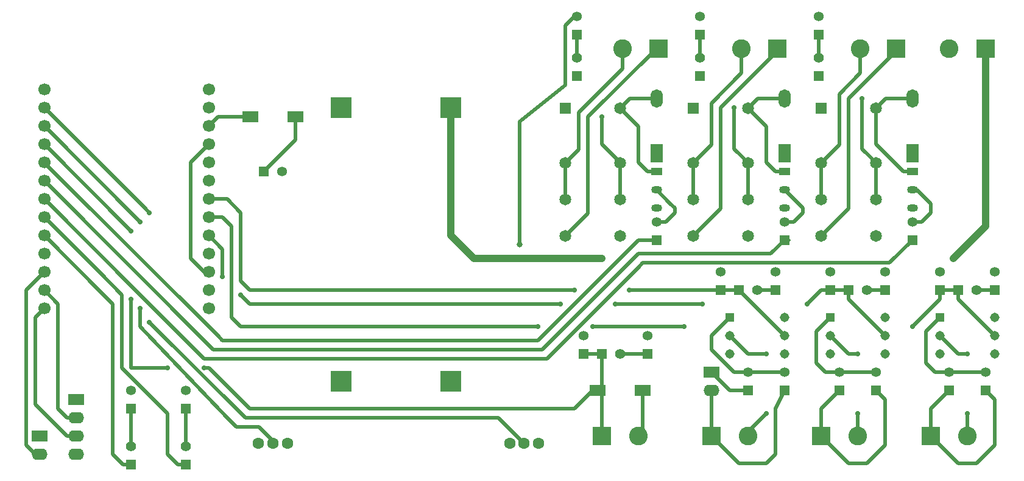
<source format=gbr>
G04 --- HEADER BEGIN --- *
G04 #@! TF.GenerationSoftware,LibrePCB,LibrePCB,1.3.0*
G04 #@! TF.CreationDate,2025-10-14T22:14:51*
G04 #@! TF.ProjectId,GateGuardian - Sommer Twist 350 Swing Gate,8a633c5c-b075-4c35-a81d-aba18a590e16,v1*
G04 #@! TF.Part,Single*
G04 #@! TF.SameCoordinates*
G04 #@! TF.FileFunction,Copper,L1,Top*
G04 #@! TF.FilePolarity,Positive*
%FSLAX66Y66*%
%MOMM*%
G01*
G75*
G04 --- HEADER END --- *
G04 --- APERTURE LIST BEGIN --- *
G04 #@! TA.AperFunction,ComponentPad*
%ADD10C,1.36*%
%ADD11R,1.36X1.36*%
%ADD12C,1.7*%
%ADD13R,2.6X2.6*%
%ADD14C,2.6*%
%ADD15O,1.7X2.55*%
%ADD16R,1.7X2.55*%
%ADD17O,2.19X1.587*%
%ADD18R,2.19X1.587*%
G04 #@! TA.AperFunction,SMDPad,CuDef*
%ADD19R,2.3X1.6*%
G04 #@! TA.AperFunction,ComponentPad*
%ADD20R,1.4X1.4*%
%ADD21C,1.4*%
%ADD22C,1.65*%
%ADD23R,1.65X1.65*%
%ADD24C,1.308*%
%ADD25R,1.308X1.308*%
%ADD26R,3.0X3.0*%
%ADD27O,1.5X1.05*%
%ADD28R,1.5X1.05*%
%ADD29C,1.6*%
G04 #@! TA.AperFunction,Conductor*
%ADD30C,0.5*%
G04 #@! TA.AperFunction,ViaPad*
%ADD31C,0.8*%
%ADD32C,0.7*%
%ADD33C,1.0*%
G04 #@! TA.AperFunction,Conductor*
%ADD34C,1.0*%
G04 #@! TD*
G04 --- APERTURE LIST END --- *
G04 --- BOARD BEGIN --- *
D10*
G04 #@! TO.N,VCC*
G04 #@! TO.C,R14*
G04 #@! TO.P,R14,2,2*
X128270000Y29210000D03*
D11*
G04 #@! TO.N,NET_INPUT2*
G04 #@! TO.P,R14,1,1*
X128270000Y26670000D03*
D10*
G04 #@! TO.N,VCC*
G04 #@! TO.C,R8*
G04 #@! TO.P,R8,2,2*
X94932500Y64770000D03*
D11*
G04 #@! TO.N,N22*
G04 #@! TO.P,R8,1,1*
X94932500Y62230000D03*
D12*
G04 #@! TO.N,N38*
G04 #@! TO.C,U4*
G04 #@! TO.P,U4,24,IO0/PRG_LOW/ETH_CLK*
X3810000Y29210000D03*
G04 #@! TO.N,NET_INPUT2*
G04 #@! TO.P,U4,6,IO33/ADC1_CH5/TCH8*
X26670000Y36830000D03*
G04 #@! TO.N,NET_RESET*
G04 #@! TO.P,U4,4,ESP32_EN*
X26670000Y31750000D03*
G04 #@! TO.N,NET_5V_RAIL*
G04 #@! TO.P,U4,12,5V*
X26670000Y52070000D03*
G04 #@! TO.N,N5*
G04 #@! TO.P,U4,25,IO3/PRG_RX*
X3810000Y26670000D03*
G04 #@! TO.N,NET_SENSOR_1*
G04 #@! TO.P,U4,16,IO4/ADC2_CH0/TCH0*
X3810000Y49530000D03*
G04 #@! TO.N,NET_INPUT1*
G04 #@! TO.P,U4,5,IO32/ADC1_CH4/TCH9*
X26670000Y34290000D03*
G04 #@! TO.N,NET_INPUT4*
G04 #@! TO.P,U4,17,IO35/ADC1_CH7/INPUT_ONLY*
X3810000Y46990000D03*
G04 #@! TO.N,VCC*
G04 #@! TO.P,U4,10,3.3V_1*
X26670000Y46990000D03*
G04 #@! TO.N,N6*
G04 #@! TO.P,U4,26,IO1/PRG_TX*
X3810000Y24130000D03*
G04 #@! TO.N,N/C*
G04 #@! TO.P,U4,13,LINK_LED*
X26670000Y54610000D03*
G04 #@! TO.N,GND*
G04 #@! TO.P,U4,11,GND_1*
X26670000Y49530000D03*
G04 #@! TO.N,N/C*
G04 #@! TO.P,U4,8,IO17/UART2_TX*
X26670000Y41910000D03*
G04 #@! TO.N,VCC*
G04 #@! TO.P,U4,3,3.3V_2*
X26670000Y29210000D03*
G04 #@! TO.N,N10*
G04 #@! TO.P,U4,21,IO36/ADC1_CH0/INPUT_ONLY*
X3810000Y36830000D03*
G04 #@! TO.N,N4*
G04 #@! TO.P,U4,22,IO39/ADC1_CH3/INPUT_ONLY*
X3810000Y34290000D03*
G04 #@! TO.N,GND*
G04 #@! TO.P,U4,23,GND_4*
X3810000Y31750000D03*
G04 #@! TO.N,NET_SENSOR_2*
G04 #@! TO.P,U4,15,IO2/ADC2_CH2/TCH2/PRG_FLOAT_OR_G*
X3810000Y52070000D03*
G04 #@! TO.N,NET_OUTPUT3*
G04 #@! TO.P,U4,18,IO12/ADC2_CH5/TCH5/BOOT_FLOAT_OR*
X3810000Y44450000D03*
G04 #@! TO.N,NET_INPUT3*
G04 #@! TO.P,U4,7,IO5/BOOT_FLOAT*
X26670000Y39370000D03*
G04 #@! TO.N,GND*
G04 #@! TO.P,U4,9,GND_5*
X26670000Y44450000D03*
G04 #@! TO.N,NET_OUTPUT2*
G04 #@! TO.P,U4,19,IO14/ADC2_CH6/TCH6*
X3810000Y41910000D03*
G04 #@! TO.N,N/C*
G04 #@! TO.P,U4,1,CLK_EN*
X26670000Y24130000D03*
G04 #@! TO.N,GND*
G04 #@! TO.P,U4,14,GND_2*
X3810000Y54610000D03*
G04 #@! TO.N,NET_OUTPUT1*
G04 #@! TO.P,U4,20,IO15/ADC2_CH3/TCH3*
X3810000Y39370000D03*
G04 #@! TO.N,GND*
G04 #@! TO.P,U4,2,GND_3*
X26670000Y26670000D03*
D13*
G04 #@! TO.N,N17*
G04 #@! TO.C,J4*
G04 #@! TO.P,J4,1,1*
X105687500Y60325000D03*
D14*
G04 #@! TO.N,N16*
G04 #@! TO.P,J4,2,2*
X100687500Y60325000D03*
D15*
G04 #@! TO.N,N29*
G04 #@! TO.C,D2*
G04 #@! TO.P,D2,2,A*
X106680000Y53340000D03*
D16*
G04 #@! TO.N,NET_5V_RAIL*
G04 #@! TO.P,D2,1,C*
X106680000Y45720000D03*
D10*
G04 #@! TO.N,N33*
G04 #@! TO.C,R12*
G04 #@! TO.P,R12,2,2*
X88900000Y36195000D03*
D11*
G04 #@! TO.N,NET_OUTPUT3*
G04 #@! TO.P,R12,1,1*
X88900000Y33655000D03*
D17*
G04 #@! TO.N,N38*
G04 #@! TO.C,J2*
G04 #@! TO.P,J2,2,2*
X3175000Y3810000D03*
D18*
G04 #@! TO.N,GND*
G04 #@! TO.P,J2,1,1*
X3175000Y6350000D03*
D10*
G04 #@! TO.N,VCC*
G04 #@! TO.C,R15*
G04 #@! TO.P,R15,2,2*
X78740000Y20320000D03*
D11*
G04 #@! TO.N,NET_INPUT4*
G04 #@! TO.P,R15,1,1*
X78740000Y17780000D03*
D19*
G04 #@! TO.N,GND*
G04 #@! TO.C,S2*
G04 #@! TO.P,S2,1,1*
X32410000Y50800000D03*
G04 #@! TO.N,NET_RESET*
G04 #@! TO.P,S2,2,2*
X38710000Y50800000D03*
D20*
G04 #@! TO.N,NET_INPUT4*
G04 #@! TO.C,GATE*
G04 #@! TO.P,GATE,C,C*
X81280000Y17780000D03*
D21*
G04 #@! TO.N,N31*
G04 #@! TO.P,GATE,A,A*
X83820000Y17780000D03*
D10*
G04 #@! TO.N,N45*
G04 #@! TO.C,R17*
G04 #@! TO.P,R17,2,2*
X101600000Y15240000D03*
D11*
G04 #@! TO.N,N37*
G04 #@! TO.P,R17,1,1*
X101600000Y12700000D03*
D13*
G04 #@! TO.N,NET_24V_RAIL*
G04 #@! TO.C,J11*
G04 #@! TO.P,J11,1,1*
X134580000Y60325000D03*
D14*
G04 #@! TO.N,GND*
G04 #@! TO.P,J11,2,2*
X129580000Y60325000D03*
D22*
G04 #@! TO.N,N1*
G04 #@! TO.C,K1*
G04 #@! TO.P,K1,4,COM1*
X111760000Y44340000D03*
G04 #@! TO.N,N20*
G04 #@! TO.P,K1,11,NC2*
X119380000Y39260000D03*
G04 #@! TO.N,N30*
G04 #@! TO.P,K1,16,COIL2*
X119380000Y51960000D03*
G04 #@! TO.N,GND*
G04 #@! TO.P,K1,9,NO2*
X119380000Y34180000D03*
G04 #@! TO.N,N20*
G04 #@! TO.P,K1,13,COM2*
X119380000Y44340000D03*
D23*
G04 #@! TO.N,NET_5V_RAIL*
G04 #@! TO.P,K1,1,COIL1*
X111760000Y51960000D03*
D22*
G04 #@! TO.N,N1*
G04 #@! TO.P,K1,6,NC1*
X111760000Y39260000D03*
G04 #@! TO.N,N15*
G04 #@! TO.P,K1,8,NO1*
X111760000Y34180000D03*
D24*
G04 #@! TO.N,GND*
G04 #@! TO.C,U1*
G04 #@! TO.P,U1,4,E*
X120650000Y17780000D03*
G04 #@! TO.N,N2*
G04 #@! TO.P,U1,2,K*
X113030000Y20320000D03*
D25*
G04 #@! TO.N,N11*
G04 #@! TO.P,U1,1,A*
X113030000Y22860000D03*
D24*
G04 #@! TO.N,NET_INPUT1*
G04 #@! TO.P,U1,5,C*
X120650000Y20320000D03*
G04 #@! TO.N,N/C*
G04 #@! TO.P,U1,3*
X113030000Y17780000D03*
G04 #@! TO.P,U1,6,B*
X120650000Y22860000D03*
G04 #@! TO.N,GND*
G04 #@! TO.C,U2*
G04 #@! TO.P,U2,4,E*
X135890000Y17780000D03*
G04 #@! TO.N,N14*
G04 #@! TO.P,U2,2,K*
X128270000Y20320000D03*
D25*
G04 #@! TO.N,N12*
G04 #@! TO.P,U2,1,A*
X128270000Y22860000D03*
D24*
G04 #@! TO.N,NET_INPUT2*
G04 #@! TO.P,U2,5,C*
X135890000Y20320000D03*
G04 #@! TO.N,N/C*
G04 #@! TO.P,U2,3*
X128270000Y17780000D03*
G04 #@! TO.P,U2,6,B*
X135890000Y22860000D03*
D20*
G04 #@! TO.N,N4*
G04 #@! TO.C,LED1*
G04 #@! TO.P,LED1,C,C*
X15875000Y2381250D03*
D21*
G04 #@! TO.N,N8*
G04 #@! TO.P,LED1,A,A*
X15875000Y4921250D03*
D17*
G04 #@! TO.N,GND*
G04 #@! TO.C,J1*
G04 #@! TO.P,J1,4,4*
X8255000Y3810000D03*
D18*
G04 #@! TO.N,VCC*
G04 #@! TO.P,J1,1,1*
X8255000Y11430000D03*
D17*
G04 #@! TO.N,N6*
G04 #@! TO.P,J1,3,3*
X8255000Y6350000D03*
G04 #@! TO.N,N5*
G04 #@! TO.P,J1,2,2*
X8255000Y8890000D03*
D20*
G04 #@! TO.N,N23*
G04 #@! TO.C,STOP*
G04 #@! TO.P,STOP,C,C*
X94932500Y56515000D03*
D21*
G04 #@! TO.N,N22*
G04 #@! TO.P,STOP,A,A*
X94932500Y59055000D03*
D10*
G04 #@! TO.N,VCC*
G04 #@! TO.C,R19*
G04 #@! TO.P,R19,2,2*
X97790000Y29210000D03*
D11*
G04 #@! TO.N,NET_INPUT3*
G04 #@! TO.P,R19,1,1*
X97790000Y26670000D03*
D15*
G04 #@! TO.N,N30*
G04 #@! TO.C,D1*
G04 #@! TO.P,D1,2,A*
X124460000Y53340000D03*
D16*
G04 #@! TO.N,NET_5V_RAIL*
G04 #@! TO.P,D1,1,C*
X124460000Y45720000D03*
D20*
G04 #@! TO.N,NET_INPUT1*
G04 #@! TO.C,LOCK*
G04 #@! TO.P,LOCK,C,C*
X115570000Y26670000D03*
D21*
G04 #@! TO.N,N9*
G04 #@! TO.P,LOCK,A,A*
X118110000Y26670000D03*
D19*
G04 #@! TO.N,GND*
G04 #@! TO.C,S4*
G04 #@! TO.P,S4,1,1*
X86970000Y12700000D03*
G04 #@! TO.N,NET_INPUT4*
G04 #@! TO.P,S4,2,2*
X80670000Y12700000D03*
D17*
G04 #@! TO.N,N36*
G04 #@! TO.C,J12*
G04 #@! TO.P,J12,2,2*
X96520000Y12700000D03*
D18*
G04 #@! TO.N,N37*
G04 #@! TO.P,J12,1,1*
X96520000Y15240000D03*
D10*
G04 #@! TO.N,VCC*
G04 #@! TO.C,R21*
G04 #@! TO.P,R21,2,2*
X135890000Y29210000D03*
D11*
G04 #@! TO.N,N35*
G04 #@! TO.P,R21,1,1*
X135890000Y26670000D03*
D26*
G04 #@! TO.N,GND*
G04 #@! TO.C,U5*
G04 #@! TO.P,U5,GND1,GND1*
X45085000Y52070000D03*
G04 #@! TO.N,NET_24V_RAIL*
G04 #@! TO.P,U5,IN,IN*
X60325000Y52070000D03*
G04 #@! TO.N,GND*
G04 #@! TO.P,U5,GND2,GND2*
X45085000Y13970000D03*
G04 #@! TO.N,NET_5V_RAIL*
G04 #@! TO.P,U5,OUT,OUT*
X60325000Y13970000D03*
D10*
G04 #@! TO.N,N26*
G04 #@! TO.C,R10*
G04 #@! TO.P,R10,2,2*
X124460000Y36195000D03*
D11*
G04 #@! TO.N,NET_OUTPUT1*
G04 #@! TO.P,R10,1,1*
X124460000Y33655000D03*
D10*
G04 #@! TO.N,N11*
G04 #@! TO.C,R4*
G04 #@! TO.P,R4,2,2*
X119380000Y15240000D03*
D11*
G04 #@! TO.N,N3*
G04 #@! TO.P,R4,1,1*
X119380000Y12700000D03*
D10*
G04 #@! TO.N,N12*
G04 #@! TO.C,R6*
G04 #@! TO.P,R6,2,2*
X134620000Y15240000D03*
D11*
G04 #@! TO.N,N13*
G04 #@! TO.P,R6,1,1*
X134620000Y12700000D03*
D20*
G04 #@! TO.N,N24*
G04 #@! TO.C,CLOSE*
G04 #@! TO.P,CLOSE,C,C*
X77787500Y56515000D03*
D21*
G04 #@! TO.N,N25*
G04 #@! TO.P,CLOSE,A,A*
X77787500Y59055000D03*
D22*
G04 #@! TO.N,N18*
G04 #@! TO.C,K3*
G04 #@! TO.P,K3,4,COM1*
X76200000Y44340000D03*
G04 #@! TO.N,N24*
G04 #@! TO.P,K3,11,NC2*
X83820000Y39260000D03*
G04 #@! TO.N,N27*
G04 #@! TO.P,K3,16,COIL2*
X83820000Y51960000D03*
G04 #@! TO.N,GND*
G04 #@! TO.P,K3,9,NO2*
X83820000Y34180000D03*
G04 #@! TO.N,N24*
G04 #@! TO.P,K3,13,COM2*
X83820000Y44340000D03*
D23*
G04 #@! TO.N,NET_5V_RAIL*
G04 #@! TO.P,K3,1,COIL1*
X76200000Y51960000D03*
D22*
G04 #@! TO.N,N18*
G04 #@! TO.P,K3,6,NC1*
X76200000Y39260000D03*
G04 #@! TO.N,N19*
G04 #@! TO.P,K3,8,NO1*
X76200000Y34180000D03*
D10*
G04 #@! TO.N,N45*
G04 #@! TO.C,R18*
G04 #@! TO.P,R18,2,2*
X106680000Y15240000D03*
D11*
G04 #@! TO.N,N36*
G04 #@! TO.P,R18,1,1*
X106680000Y12700000D03*
D10*
G04 #@! TO.N,VCC*
G04 #@! TO.C,R9*
G04 #@! TO.P,R9,2,2*
X77787500Y64770000D03*
D11*
G04 #@! TO.N,N25*
G04 #@! TO.P,R9,1,1*
X77787500Y62230000D03*
D10*
G04 #@! TO.N,VCC*
G04 #@! TO.C,R22*
G04 #@! TO.P,R22,2,2*
X105410000Y29210000D03*
D11*
G04 #@! TO.N,N39*
G04 #@! TO.P,R22,1,1*
X105410000Y26670000D03*
D27*
G04 #@! TO.N,N33*
G04 #@! TO.C,Q3*
G04 #@! TO.P,Q3,2,B*
X88900000Y40640000D03*
G04 #@! TO.N,GND*
G04 #@! TO.P,Q3,3,E*
X88900000Y38100000D03*
D28*
G04 #@! TO.N,N27*
G04 #@! TO.P,Q3,1,C*
X88900000Y43180000D03*
D29*
G04 #@! TO.N,VCC*
G04 #@! TO.C,J15*
G04 #@! TO.P,J15,3,3*
X68485000Y5312500D03*
G04 #@! TO.N,GND*
G04 #@! TO.P,J15,1,1*
X72485000Y5312500D03*
G04 #@! TO.N,NET_SENSOR_2*
G04 #@! TO.P,J15,2,2*
X70485000Y5312500D03*
D27*
G04 #@! TO.N,N26*
G04 #@! TO.C,Q1*
G04 #@! TO.P,Q1,2,B*
X124460000Y40640000D03*
G04 #@! TO.N,GND*
G04 #@! TO.P,Q1,3,E*
X124460000Y38100000D03*
D28*
G04 #@! TO.N,N30*
G04 #@! TO.P,Q1,1,C*
X124460000Y43180000D03*
D13*
G04 #@! TO.N,N19*
G04 #@! TO.C,J5*
G04 #@! TO.P,J5,1,1*
X89177500Y60325000D03*
D14*
G04 #@! TO.N,N18*
G04 #@! TO.P,J5,2,2*
X84177500Y60325000D03*
D27*
G04 #@! TO.N,N34*
G04 #@! TO.C,Q2*
G04 #@! TO.P,Q2,2,B*
X106680000Y40640000D03*
G04 #@! TO.N,GND*
G04 #@! TO.P,Q2,3,E*
X106680000Y38100000D03*
D28*
G04 #@! TO.N,N29*
G04 #@! TO.P,Q2,1,C*
X106680000Y43180000D03*
D10*
G04 #@! TO.N,VCC*
G04 #@! TO.C,R25*
G04 #@! TO.P,R25,2,2*
X36830000Y43180000D03*
D11*
G04 #@! TO.N,NET_RESET*
G04 #@! TO.P,R25,1,1*
X34290000Y43180000D03*
D10*
G04 #@! TO.N,VCC*
G04 #@! TO.C,R23*
G04 #@! TO.P,R23,2,2*
X87630000Y20320000D03*
D11*
G04 #@! TO.N,N31*
G04 #@! TO.P,R23,1,1*
X87630000Y17780000D03*
D20*
G04 #@! TO.N,NET_INPUT3*
G04 #@! TO.C,EYE*
G04 #@! TO.P,EYE,C,C*
X100330000Y26670000D03*
D21*
G04 #@! TO.N,N39*
G04 #@! TO.P,EYE,A,A*
X102870000Y26670000D03*
D13*
G04 #@! TO.N,N36*
G04 #@! TO.C,J8*
G04 #@! TO.P,J8,1,1*
X96560000Y6350000D03*
D14*
G04 #@! TO.N,N41*
G04 #@! TO.P,J8,2,2*
X101560000Y6350000D03*
D15*
G04 #@! TO.N,N27*
G04 #@! TO.C,D3*
G04 #@! TO.P,D3,2,A*
X88900000Y53340000D03*
D16*
G04 #@! TO.N,NET_5V_RAIL*
G04 #@! TO.P,D3,1,C*
X88900000Y45720000D03*
D10*
G04 #@! TO.N,VCC*
G04 #@! TO.C,R2*
G04 #@! TO.P,R2,2,2*
X23495000Y12700000D03*
D11*
G04 #@! TO.N,N7*
G04 #@! TO.P,R2,1,1*
X23495000Y10160000D03*
D10*
G04 #@! TO.N,N12*
G04 #@! TO.C,R5*
G04 #@! TO.P,R5,2,2*
X129540000Y15240000D03*
D11*
G04 #@! TO.N,N13*
G04 #@! TO.P,R5,1,1*
X129540000Y12700000D03*
D29*
G04 #@! TO.N,VCC*
G04 #@! TO.C,J10*
G04 #@! TO.P,J10,3,3*
X33560000Y5312500D03*
G04 #@! TO.N,GND*
G04 #@! TO.P,J10,1,1*
X37560000Y5312500D03*
G04 #@! TO.N,NET_SENSOR_1*
G04 #@! TO.P,J10,2,2*
X35560000Y5312500D03*
D22*
G04 #@! TO.N,N16*
G04 #@! TO.C,K2*
G04 #@! TO.P,K2,4,COM1*
X93980000Y44340000D03*
G04 #@! TO.N,N23*
G04 #@! TO.P,K2,11,NC2*
X101600000Y39260000D03*
G04 #@! TO.N,N29*
G04 #@! TO.P,K2,16,COIL2*
X101600000Y51960000D03*
G04 #@! TO.N,GND*
G04 #@! TO.P,K2,9,NO2*
X101600000Y34180000D03*
G04 #@! TO.N,N23*
G04 #@! TO.P,K2,13,COM2*
X101600000Y44340000D03*
D23*
G04 #@! TO.N,NET_5V_RAIL*
G04 #@! TO.P,K2,1,COIL1*
X93980000Y51960000D03*
D22*
G04 #@! TO.N,N16*
G04 #@! TO.P,K2,6,NC1*
X93980000Y39260000D03*
G04 #@! TO.N,N17*
G04 #@! TO.P,K2,8,NO1*
X93980000Y34180000D03*
D10*
G04 #@! TO.N,VCC*
G04 #@! TO.C,R7*
G04 #@! TO.P,R7,2,2*
X111442500Y64770000D03*
D11*
G04 #@! TO.N,N21*
G04 #@! TO.P,R7,1,1*
X111442500Y62230000D03*
D20*
G04 #@! TO.N,N10*
G04 #@! TO.C,LED2*
G04 #@! TO.P,LED2,C,C*
X23495000Y2381250D03*
D21*
G04 #@! TO.N,N7*
G04 #@! TO.P,LED2,A,A*
X23495000Y4921250D03*
D10*
G04 #@! TO.N,VCC*
G04 #@! TO.C,R13*
G04 #@! TO.P,R13,2,2*
X113030000Y29210000D03*
D11*
G04 #@! TO.N,NET_INPUT1*
G04 #@! TO.P,R13,1,1*
X113030000Y26670000D03*
D10*
G04 #@! TO.N,VCC*
G04 #@! TO.C,R20*
G04 #@! TO.P,R20,2,2*
X120650000Y29210000D03*
D11*
G04 #@! TO.N,N9*
G04 #@! TO.P,R20,1,1*
X120650000Y26670000D03*
D13*
G04 #@! TO.N,N13*
G04 #@! TO.C,J7*
G04 #@! TO.P,J7,1,1*
X127040000Y6350000D03*
D14*
G04 #@! TO.N,N14*
G04 #@! TO.P,J7,2,2*
X132040000Y6350000D03*
D13*
G04 #@! TO.N,N3*
G04 #@! TO.C,J6*
G04 #@! TO.P,J6,1,1*
X111800000Y6350000D03*
D14*
G04 #@! TO.N,N2*
G04 #@! TO.P,J6,2,2*
X116800000Y6350000D03*
D13*
G04 #@! TO.N,N15*
G04 #@! TO.C,J3*
G04 #@! TO.P,J3,1,1*
X122197500Y60325000D03*
D14*
G04 #@! TO.N,N1*
G04 #@! TO.P,J3,2,2*
X117197500Y60325000D03*
D24*
G04 #@! TO.N,GND*
G04 #@! TO.C,U3*
G04 #@! TO.P,U3,4,E*
X106680000Y17780000D03*
G04 #@! TO.N,N41*
G04 #@! TO.P,U3,2,K*
X99060000Y20320000D03*
D25*
G04 #@! TO.N,N45*
G04 #@! TO.P,U3,1,A*
X99060000Y22860000D03*
D24*
G04 #@! TO.N,NET_INPUT3*
G04 #@! TO.P,U3,5,C*
X106680000Y20320000D03*
G04 #@! TO.N,N/C*
G04 #@! TO.P,U3,3*
X99060000Y17780000D03*
G04 #@! TO.P,U3,6,B*
X106680000Y22860000D03*
D20*
G04 #@! TO.N,N20*
G04 #@! TO.C,OPEN*
G04 #@! TO.P,OPEN,C,C*
X111442500Y56515000D03*
D21*
G04 #@! TO.N,N21*
G04 #@! TO.P,OPEN,A,A*
X111442500Y59055000D03*
D10*
G04 #@! TO.N,N11*
G04 #@! TO.C,R3*
G04 #@! TO.P,R3,2,2*
X114300000Y15240000D03*
D11*
G04 #@! TO.N,N3*
G04 #@! TO.P,R3,1,1*
X114300000Y12700000D03*
D20*
G04 #@! TO.N,NET_INPUT2*
G04 #@! TO.C,LIGHT*
G04 #@! TO.P,LIGHT,C,C*
X130810000Y26670000D03*
D21*
G04 #@! TO.N,N35*
G04 #@! TO.P,LIGHT,A,A*
X133350000Y26670000D03*
D10*
G04 #@! TO.N,VCC*
G04 #@! TO.C,R1*
G04 #@! TO.P,R1,2,2*
X15875000Y12700000D03*
D11*
G04 #@! TO.N,N8*
G04 #@! TO.P,R1,1,1*
X15875000Y10160000D03*
D13*
G04 #@! TO.N,NET_INPUT4*
G04 #@! TO.C,J9*
G04 #@! TO.P,J9,1,1*
X81320000Y6350000D03*
D14*
G04 #@! TO.N,GND*
G04 #@! TO.P,J9,2,2*
X86320000Y6350000D03*
D10*
G04 #@! TO.N,N34*
G04 #@! TO.C,R11*
G04 #@! TO.P,R11,2,2*
X106680000Y36195000D03*
D11*
G04 #@! TO.N,NET_OUTPUT2*
G04 #@! TO.P,R11,1,1*
X106680000Y33655000D03*
D30*
G04 #@! TD.C*
G04 #@! TD.P*
G04 #@! TO.N,N3*
X118110000Y2540000D02*
X115570000Y2540000D01*
X120650000Y5080000D02*
X118110000Y2540000D01*
X119380000Y12700000D02*
X120650000Y11430000D01*
X111800000Y10200000D02*
X114300000Y12700000D01*
X111800000Y6350000D02*
X111800000Y10200000D01*
X120650000Y11430000D02*
X120650000Y5080000D01*
X115570000Y2540000D02*
X111800000Y6350000D01*
G04 #@! TO.N,N18*
X84177500Y60325000D02*
X84177500Y57507500D01*
X78105000Y46245000D02*
X76200000Y44340000D01*
X78105000Y51435000D02*
X78105000Y46245000D01*
X84177500Y57507500D02*
X78105000Y51435000D01*
X76200000Y39260000D02*
X76200000Y44340000D01*
G04 #@! TO.N,N29*
X106680000Y53340000D02*
X102980000Y53340000D01*
X106680000Y43180000D02*
X105410000Y43180000D01*
X105410000Y43180000D02*
X104140000Y44450000D01*
X102980000Y53340000D02*
X101600000Y51960000D01*
X104140000Y49420000D02*
X101600000Y51960000D01*
X104140000Y44450000D02*
X104140000Y49420000D01*
G04 #@! TO.N,N5*
X5715000Y10160000D02*
X5715000Y24765000D01*
X5715000Y24765000D02*
X3810000Y26670000D01*
X8255000Y8890000D02*
X6985000Y8890000D01*
X6985000Y8890000D02*
X5715000Y10160000D01*
G04 #@! TO.N,N38*
X3175000Y3810000D02*
X2540000Y3810000D01*
X2540000Y3810000D02*
X1270000Y5080000D01*
X1270000Y5080000D02*
X1270000Y26670000D01*
X1270000Y26670000D02*
X3810000Y29210000D01*
G04 #@! TO.N,N15*
X115570000Y37990000D02*
X111760000Y34180000D01*
X122197500Y59967500D02*
X115570000Y53340000D01*
X115570000Y53340000D02*
X115570000Y37990000D01*
X122197500Y60325000D02*
X122197500Y59967500D01*
D31*
G04 #@! TO.N,VCC*
X69850000Y33020000D03*
D30*
X76200000Y63500000D02*
X76200000Y55245000D01*
X76200000Y55245000D02*
X69850000Y50165000D01*
X26670000Y29210000D02*
X26035000Y29210000D01*
X77470000Y64770000D02*
X76200000Y63500000D01*
X77787500Y64770000D02*
X77470000Y64770000D01*
X24130000Y44450000D02*
X26670000Y46990000D01*
X69850000Y33020000D02*
X69850000Y50165000D01*
X24130000Y31115000D02*
X24130000Y44450000D01*
X26035000Y29210000D02*
X24130000Y31115000D01*
G04 #@! TO.N,NET_OUTPUT2*
X106680000Y33655000D02*
X107315000Y33655000D01*
X73025000Y18415000D02*
X73660000Y19050000D01*
X86995000Y31750000D02*
X86360000Y31750000D01*
X27305000Y18415000D02*
X3810000Y41910000D01*
X73660000Y19050000D02*
X86360000Y31750000D01*
X86995000Y31750000D02*
X104775000Y31750000D01*
X104775000Y31750000D02*
X106680000Y33655000D01*
X73025000Y18415000D02*
X27305000Y18415000D01*
G04 #@! TO.N,N6*
X2540000Y22860000D02*
X2540000Y10795000D01*
X6985000Y6350000D02*
X2540000Y10795000D01*
X3810000Y24130000D02*
X2540000Y22860000D01*
X8255000Y6350000D02*
X6985000Y6350000D01*
G04 #@! TO.N,N19*
X79375000Y37355000D02*
X76200000Y34180000D01*
X79375000Y50800000D02*
X79375000Y37355000D01*
X89177500Y60325000D02*
X88900000Y60325000D01*
X88900000Y60325000D02*
X79375000Y50800000D01*
D32*
G04 #@! TO.N,NET_INPUT4*
X20955000Y15875000D03*
X26035000Y15875000D03*
X15875000Y25400000D03*
X15875000Y34925000D03*
D30*
X26670000Y15875000D02*
X26035000Y15875000D01*
X20955000Y15875000D02*
X15875000Y15875000D01*
X32385000Y10160000D02*
X26670000Y15875000D01*
X81320000Y6350000D02*
X81320000Y12050000D01*
X81280000Y13310000D02*
X80670000Y12700000D01*
X15875000Y34925000D02*
X3810000Y46990000D01*
X81280000Y17780000D02*
X81280000Y13310000D01*
X78740000Y17780000D02*
X81280000Y17780000D01*
X80010000Y12700000D02*
X80670000Y12700000D01*
X57785000Y10160000D02*
X32385000Y10160000D01*
X81320000Y12050000D02*
X80670000Y12700000D01*
X15875000Y15875000D02*
X15875000Y25400000D01*
X77470000Y10160000D02*
X57785000Y10160000D01*
X77470000Y10160000D02*
X80010000Y12700000D01*
G04 #@! TO.N,N8*
X15875000Y10160000D02*
X15875000Y4921250D01*
G04 #@! TO.N,N39*
X105410000Y26670000D02*
X102870000Y26670000D01*
G04 #@! TO.N,NET_OUTPUT3*
X72390000Y19685000D02*
X28575000Y19685000D01*
X28575000Y19685000D02*
X27940000Y20320000D01*
X4445000Y43815000D02*
X27940000Y20320000D01*
X3810000Y44450000D02*
X4445000Y43815000D01*
X88900000Y33655000D02*
X86360000Y33655000D01*
X86360000Y33655000D02*
X72390000Y19685000D01*
G04 #@! TO.N,NET_RESET*
X38710000Y50800000D02*
X38710000Y47600000D01*
X38710000Y47600000D02*
X34290000Y43180000D01*
G04 #@! TO.N,N36*
X104140000Y2540000D02*
X100330000Y2540000D01*
X100330000Y2540000D02*
X96560000Y6350000D01*
X106680000Y12700000D02*
X105410000Y10160000D01*
X105410000Y3810000D02*
X104140000Y2540000D01*
X105410000Y10160000D02*
X105410000Y3810000D01*
X96520000Y12700000D02*
X96560000Y6350000D01*
D32*
G04 #@! TO.N,NET_SENSOR_1*
X17145000Y36195000D03*
X17145000Y24130000D03*
D30*
X17145000Y36195000D02*
X3810000Y49530000D01*
X35560000Y5715000D02*
X33655000Y7620000D01*
X33655000Y7620000D02*
X30480000Y7620000D01*
X35560000Y5312500D02*
X35560000Y5715000D01*
X29210000Y8890000D02*
X17145000Y21590000D01*
X17145000Y21590000D02*
X17145000Y24130000D01*
X30480000Y7620000D02*
X29210000Y8890000D01*
D32*
G04 #@! TO.N,N20*
X117475000Y53340000D03*
D30*
X117475000Y53340000D02*
X117475000Y46355000D01*
X119380000Y44450000D02*
X117475000Y46355000D01*
X119380000Y44340000D02*
X119380000Y39260000D01*
X119380000Y44340000D02*
X119380000Y44450000D01*
G04 #@! TO.N,N26*
X124460000Y36195000D02*
X125730000Y36195000D01*
X125095000Y40640000D02*
X127000000Y38735000D01*
X124460000Y40640000D02*
X125095000Y40640000D01*
X125730000Y36195000D02*
X127000000Y37465000D01*
X127000000Y38735000D02*
X127000000Y37465000D01*
G04 #@! TO.N,N27*
X88900000Y53340000D02*
X85200000Y53340000D01*
X86360000Y44450000D02*
X86360000Y49420000D01*
X85200000Y53340000D02*
X83820000Y51960000D01*
X86360000Y49420000D02*
X83820000Y51960000D01*
X88900000Y43180000D02*
X87630000Y43180000D01*
X87630000Y43180000D02*
X86360000Y44450000D01*
G04 #@! TO.N,N11*
X111125000Y16510000D02*
X111125000Y20955000D01*
X119380000Y15240000D02*
X114300000Y15240000D01*
X114300000Y15240000D02*
X112395000Y15240000D01*
X112395000Y15240000D02*
X111125000Y16510000D01*
X111125000Y20955000D02*
X113030000Y22860000D01*
D32*
G04 #@! TO.N,N2*
X116800000Y17740000D03*
X116800000Y9485000D03*
D30*
X115610000Y17740000D02*
X113030000Y20320000D01*
X116800000Y9485000D02*
X116800000Y6350000D01*
X116800000Y17740000D02*
X115610000Y17740000D01*
G04 #@! TO.N,NET_OUTPUT1*
X121285000Y30480000D02*
X86995000Y30480000D01*
X73660000Y17145000D02*
X86360000Y29845000D01*
X17145000Y26035000D02*
X3810000Y39370000D01*
X26035000Y17145000D02*
X17145000Y26035000D01*
X86995000Y30480000D02*
X86360000Y29845000D01*
X124460000Y33655000D02*
X121285000Y30480000D01*
X73025000Y17145000D02*
X26035000Y17145000D01*
X73025000Y17145000D02*
X73660000Y17145000D01*
G04 #@! TO.N,N17*
X105687500Y60325000D02*
X105687500Y59967500D01*
X97790000Y52070000D02*
X97790000Y37990000D01*
X97790000Y37990000D02*
X93980000Y34180000D01*
X105687500Y59967500D02*
X97790000Y52070000D01*
G04 #@! TO.N,N45*
X101600000Y15240000D02*
X99695000Y15240000D01*
X96520000Y20320000D02*
X99060000Y22860000D01*
X99695000Y15240000D02*
X96520000Y18415000D01*
X96520000Y18415000D02*
X96520000Y20320000D01*
X106680000Y15240000D02*
X101600000Y15240000D01*
G04 #@! TO.N,N37*
X99060000Y12700000D02*
X96520000Y15240000D01*
X101600000Y12700000D02*
X99060000Y12700000D01*
G04 #@! TO.N,N1*
X111760000Y39260000D02*
X111760000Y44340000D01*
X117197500Y56872500D02*
X114300000Y53975000D01*
X117197500Y60325000D02*
X117197500Y56872500D01*
X114300000Y53975000D02*
X114300000Y46880000D01*
X114300000Y46880000D02*
X111760000Y44340000D01*
G04 #@! TO.N,N25*
X77787500Y59055000D02*
X77787500Y62230000D01*
G04 #@! TO.N,N16*
X96520000Y52705000D02*
X96520000Y46880000D01*
X93980000Y39260000D02*
X93980000Y44340000D01*
X100687500Y56872500D02*
X96520000Y52705000D01*
X100687500Y60325000D02*
X100687500Y56872500D01*
X96520000Y46880000D02*
X93980000Y44340000D01*
G04 #@! TO.N,N9*
X120650000Y26670000D02*
X118110000Y26670000D01*
G04 #@! TO.N,N7*
X23495000Y10160000D02*
X23495000Y4921250D01*
D32*
G04 #@! TO.N,NET_INPUT2*
X124460000Y21590000D03*
X92710000Y21590000D03*
X80010000Y21590000D03*
X72390000Y21590000D03*
D30*
X29845000Y22860000D02*
X29845000Y35560000D01*
X130810000Y26670000D02*
X128270000Y26670000D01*
X130810000Y25400000D02*
X135890000Y20320000D01*
X124460000Y21590000D02*
X128270000Y25400000D01*
X26670000Y36830000D02*
X28575000Y36830000D01*
X31115000Y21590000D02*
X29845000Y22860000D01*
X29845000Y35560000D02*
X28575000Y36830000D01*
X72390000Y21590000D02*
X31115000Y21590000D01*
X80010000Y21590000D02*
X92710000Y21590000D01*
X130810000Y26670000D02*
X130810000Y25400000D01*
X128270000Y26670000D02*
X128270000Y25400000D01*
D32*
G04 #@! TO.N,NET_INPUT3*
X77470000Y26670000D03*
X85090000Y26670000D03*
D30*
X32385000Y26670000D02*
X31115000Y27940000D01*
X100330000Y26670000D02*
X97790000Y26670000D01*
X26670000Y39370000D02*
X29210000Y39370000D01*
X77470000Y26670000D02*
X32385000Y26670000D01*
X31115000Y27940000D02*
X31115000Y37465000D01*
X31115000Y37465000D02*
X29210000Y39370000D01*
X85090000Y26670000D02*
X97790000Y26670000D01*
X106680000Y20320000D02*
X100330000Y26670000D01*
G04 #@! TO.N,N34*
X106680000Y36195000D02*
X107950000Y36195000D01*
X109220000Y38100000D02*
X106680000Y40640000D01*
X107950000Y36195000D02*
X109220000Y37465000D01*
X109220000Y37465000D02*
X109220000Y38100000D01*
D32*
G04 #@! TO.N,N41*
X104140000Y17780000D03*
X104140000Y9525000D03*
D30*
X101600000Y17780000D02*
X99060000Y20320000D01*
X104140000Y17780000D02*
X101600000Y17780000D01*
X104140000Y9525000D02*
X101560000Y6945000D01*
X101560000Y6350000D02*
X101560000Y6945000D01*
G04 #@! TO.N,N30*
X123190000Y43180000D02*
X119380000Y46990000D01*
X120760000Y53340000D02*
X119380000Y51960000D01*
X124460000Y53340000D02*
X120760000Y53340000D01*
X124460000Y43180000D02*
X123190000Y43180000D01*
X119380000Y51960000D02*
X119380000Y46990000D01*
G04 #@! TO.N,N33*
X88900000Y36195000D02*
X90170000Y36195000D01*
X91440000Y38100000D02*
X90805000Y38735000D01*
X90170000Y36195000D02*
X91440000Y37465000D01*
X91440000Y38100000D02*
X91440000Y37465000D01*
X90805000Y38735000D02*
X88900000Y40640000D01*
G04 #@! TO.N,N22*
X94932500Y59055000D02*
X94932500Y62230000D01*
D32*
G04 #@! TO.N,NET_INPUT1*
X28575000Y28575000D03*
X95250000Y24765000D03*
X83185000Y24765000D03*
X109855000Y24765000D03*
X75565000Y24765000D03*
X31115000Y26035000D03*
D30*
X113030000Y26670000D02*
X111760000Y26670000D01*
X115570000Y26670000D02*
X115570000Y25400000D01*
X31115000Y26035000D02*
X32385000Y24765000D01*
X115570000Y25400000D02*
X120650000Y20320000D01*
X75565000Y24765000D02*
X32385000Y24765000D01*
X28575000Y28575000D02*
X28575000Y32385000D01*
X83185000Y24765000D02*
X95250000Y24765000D01*
X115570000Y26670000D02*
X113030000Y26670000D01*
X28575000Y32385000D02*
X26670000Y34290000D01*
X109855000Y24765000D02*
X111760000Y26670000D01*
G04 #@! TO.N,N4*
X13335000Y24765000D02*
X12065000Y26035000D01*
X14763750Y2381250D02*
X13335000Y3810000D01*
X13335000Y3810000D02*
X13335000Y24765000D01*
X15875000Y2381250D02*
X14763750Y2381250D01*
X3810000Y34290000D02*
X12065000Y26035000D01*
G04 #@! TO.N,N35*
X135890000Y26670000D02*
X133350000Y26670000D01*
G04 #@! TO.N,GND*
X27940000Y50800000D02*
X32410000Y50800000D01*
X26670000Y49530000D02*
X27940000Y50800000D01*
D33*
G04 #@! TO.N,NET_24V_RAIL*
X130175000Y31115000D03*
X81280000Y31115000D03*
D34*
X81280000Y31115000D02*
X63500000Y31115000D01*
X63500000Y31115000D02*
X60325000Y34290000D01*
X60325000Y52070000D02*
X60325000Y34290000D01*
X130175000Y31115000D02*
X134580000Y35520000D01*
X134580000Y60325000D02*
X134580000Y35520000D01*
D30*
G04 #@! TO.N,N13*
X134620000Y12700000D02*
X135890000Y11430000D01*
X127040000Y6350000D02*
X127040000Y10200000D01*
X133350000Y2540000D02*
X130810000Y2540000D01*
X127040000Y10200000D02*
X129540000Y12700000D01*
X130810000Y2540000D02*
X127040000Y6350000D01*
X135890000Y5080000D02*
X133350000Y2540000D01*
X135890000Y11430000D02*
X135890000Y5080000D01*
G04 #@! TO.N,N31*
X87630000Y17780000D02*
X83820000Y17780000D01*
G04 #@! TO.N,N21*
X111442500Y59055000D02*
X111442500Y62230000D01*
D32*
G04 #@! TO.N,N24*
X81280000Y50800000D03*
D30*
X81280000Y50800000D02*
X81280000Y46990000D01*
X83820000Y44340000D02*
X83820000Y39260000D01*
X83820000Y44340000D02*
X83820000Y44450000D01*
X83820000Y44450000D02*
X81280000Y46990000D01*
D32*
G04 #@! TO.N,NET_SENSOR_2*
X18415000Y22225000D03*
X18415000Y37465000D03*
D30*
X66907500Y8890000D02*
X70485000Y5312500D01*
X17780000Y38100000D02*
X3810000Y52070000D01*
X31750000Y8890000D02*
X18415000Y22225000D01*
X18415000Y37465000D02*
X17780000Y38100000D01*
X31750000Y8890000D02*
X40237500Y8890000D01*
X40237500Y8890000D02*
X66907500Y8890000D01*
G04 #@! TO.N,N12*
X126365000Y20955000D02*
X128270000Y22860000D01*
X126365000Y16510000D02*
X126365000Y20955000D01*
X134620000Y15240000D02*
X129540000Y15240000D01*
X127635000Y15240000D02*
X126365000Y16510000D01*
X129540000Y15240000D02*
X127635000Y15240000D01*
G04 #@! TO.N,N10*
X23495000Y2381250D02*
X22383750Y2381250D01*
X14605000Y26035000D02*
X11430000Y29210000D01*
X20955000Y3810000D02*
X20955000Y9525000D01*
X14605000Y26035000D02*
X14605000Y15875000D01*
X14605000Y15875000D02*
X20955000Y9525000D01*
X11430000Y29210000D02*
X3810000Y36830000D01*
X22383750Y2381250D02*
X20955000Y3810000D01*
G04 #@! TO.N,GND*
X86320000Y6350000D02*
X86970000Y7000000D01*
X86970000Y7000000D02*
X86970000Y12700000D01*
D32*
G04 #@! TO.N,N14*
X132040000Y17740000D03*
X132040000Y9485000D03*
D30*
X132040000Y17740000D02*
X130850000Y17740000D01*
X130850000Y17740000D02*
X128270000Y20320000D01*
X132040000Y9485000D02*
X132040000Y6350000D01*
D32*
G04 #@! TO.N,N23*
X99695000Y52070000D03*
D30*
X101600000Y44340000D02*
X101600000Y39260000D01*
X101600000Y44450000D02*
X99695000Y46355000D01*
X99695000Y52070000D02*
X99695000Y46355000D01*
X101600000Y44340000D02*
X101600000Y44450000D01*
G04 --- BOARD END --- *
G04 #@! TF.MD5,aed7eac8f4bfe4b49d2db185146ce4bc*
M02*

</source>
